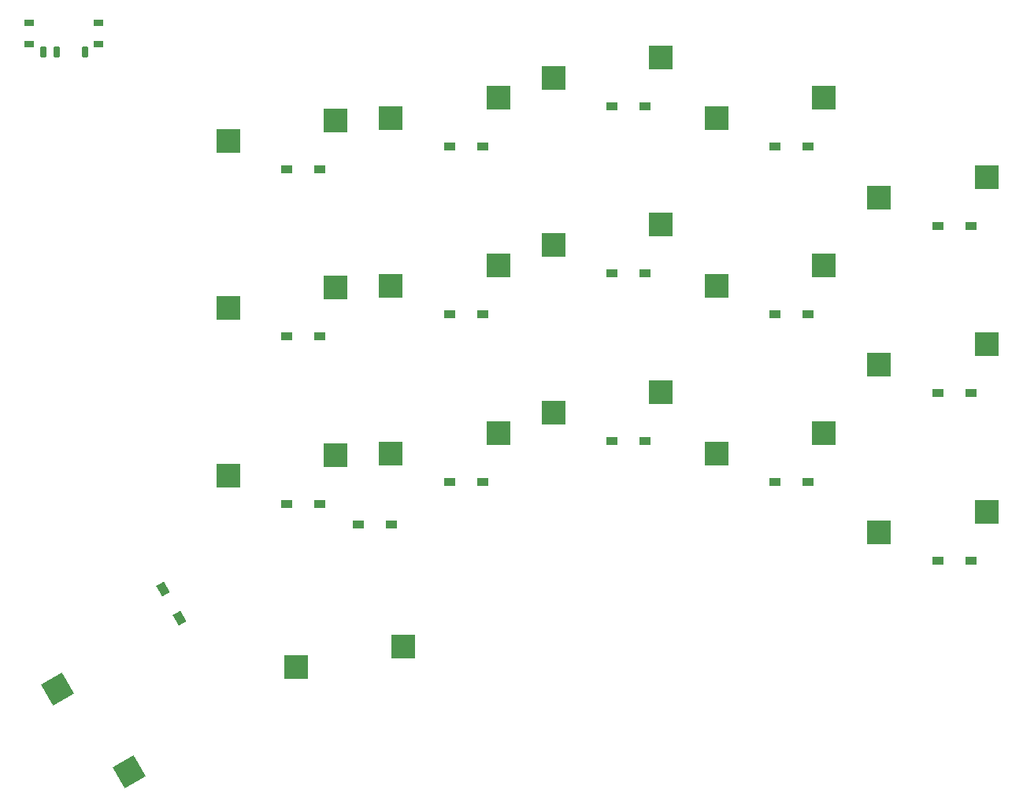
<source format=gtp>
%TF.GenerationSoftware,KiCad,Pcbnew,7.0.5-0*%
%TF.CreationDate,2023-08-21T14:14:49+01:00*%
%TF.ProjectId,draenog-34,64726165-6e6f-4672-9d33-342e6b696361,rev?*%
%TF.SameCoordinates,Original*%
%TF.FileFunction,Paste,Top*%
%TF.FilePolarity,Positive*%
%FSLAX46Y46*%
G04 Gerber Fmt 4.6, Leading zero omitted, Abs format (unit mm)*
G04 Created by KiCad (PCBNEW 7.0.5-0) date 2023-08-21 14:14:49*
%MOMM*%
%LPD*%
G01*
G04 APERTURE LIST*
G04 Aperture macros list*
%AMRoundRect*
0 Rectangle with rounded corners*
0 $1 Rounding radius*
0 $2 $3 $4 $5 $6 $7 $8 $9 X,Y pos of 4 corners*
0 Add a 4 corners polygon primitive as box body*
4,1,4,$2,$3,$4,$5,$6,$7,$8,$9,$2,$3,0*
0 Add four circle primitives for the rounded corners*
1,1,$1+$1,$2,$3*
1,1,$1+$1,$4,$5*
1,1,$1+$1,$6,$7*
1,1,$1+$1,$8,$9*
0 Add four rect primitives between the rounded corners*
20,1,$1+$1,$2,$3,$4,$5,0*
20,1,$1+$1,$4,$5,$6,$7,0*
20,1,$1+$1,$6,$7,$8,$9,0*
20,1,$1+$1,$8,$9,$2,$3,0*%
%AMRotRect*
0 Rectangle, with rotation*
0 The origin of the aperture is its center*
0 $1 length*
0 $2 width*
0 $3 Rotation angle, in degrees counterclockwise*
0 Add horizontal line*
21,1,$1,$2,0,0,$3*%
G04 Aperture macros list end*
%ADD10RotRect,2.600000X2.600000X300.000000*%
%ADD11R,1.300000X0.950000*%
%ADD12R,2.600000X2.600000*%
%ADD13RotRect,1.300000X0.950000X300.000000*%
%ADD14RoundRect,0.090000X0.210000X0.535000X-0.210000X0.535000X-0.210000X-0.535000X0.210000X-0.535000X0*%
%ADD15RoundRect,0.105000X-0.445000X0.245000X-0.445000X-0.245000X0.445000X-0.245000X0.445000X0.245000X0*%
G04 APERTURE END LIST*
D10*
%TO.C,SW4*%
X98705898Y-98239713D03*
X106386154Y-107142306D03*
%TD*%
D11*
%TO.C,D9*%
X158342000Y-35580000D03*
X161892000Y-35580000D03*
%TD*%
D12*
%TO.C,SW_R2_C2*%
X152042000Y-68530000D03*
X163592000Y-66330000D03*
%TD*%
%TO.C,SW_R2_C0*%
X187042000Y-81420000D03*
X198592000Y-79220000D03*
%TD*%
%TO.C,SW_R2_C3*%
X134542000Y-72920000D03*
X146092000Y-70720000D03*
%TD*%
D11*
%TO.C,D5*%
X140842000Y-39970000D03*
X144392000Y-39970000D03*
%TD*%
D12*
%TO.C,SW_R1_C1*%
X169542000Y-54920000D03*
X181092000Y-52720000D03*
%TD*%
D11*
%TO.C,D8*%
X131025000Y-80600000D03*
X134575000Y-80600000D03*
%TD*%
D12*
%TO.C,SW_R0_C4*%
X117042000Y-39320000D03*
X128592000Y-37120000D03*
%TD*%
%TO.C,SW_R0_C0*%
X187042000Y-45420000D03*
X198592000Y-43220000D03*
%TD*%
%TO.C,SW_R1_C2*%
X152042000Y-50530000D03*
X163592000Y-48330000D03*
%TD*%
%TO.C,SW_R0_C1*%
X169542000Y-36920000D03*
X181092000Y-34720000D03*
%TD*%
%TO.C,SW_R1_C0*%
X187042000Y-63420000D03*
X198592000Y-61220000D03*
%TD*%
%TO.C,SW_R2_C4*%
X117042000Y-75320000D03*
X128592000Y-73120000D03*
%TD*%
%TO.C,SW_R1_C4*%
X117042000Y-57320000D03*
X128592000Y-55120000D03*
%TD*%
D13*
%TO.C,D4*%
X110087500Y-87533863D03*
X111862500Y-90608253D03*
%TD*%
D11*
%TO.C,D16*%
X193342000Y-66470000D03*
X196892000Y-66470000D03*
%TD*%
%TO.C,D6*%
X140842000Y-57970000D03*
X144392000Y-57970000D03*
%TD*%
D12*
%TO.C,SW_R0_C3*%
X134542000Y-36920000D03*
X146092000Y-34720000D03*
%TD*%
D11*
%TO.C,D1*%
X123342000Y-42370000D03*
X126892000Y-42370000D03*
%TD*%
%TO.C,D13*%
X175842000Y-57970000D03*
X179392000Y-57970000D03*
%TD*%
D12*
%TO.C,SW_R0_C2*%
X152042000Y-32530000D03*
X163592000Y-30330000D03*
%TD*%
%TO.C,SW_R2_C1*%
X169542000Y-72920000D03*
X181092000Y-70720000D03*
%TD*%
D11*
%TO.C,D17*%
X193342000Y-84470000D03*
X196892000Y-84470000D03*
%TD*%
%TO.C,D14*%
X175842000Y-75970000D03*
X179392000Y-75970000D03*
%TD*%
%TO.C,D15*%
X193342000Y-48470000D03*
X196892000Y-48470000D03*
%TD*%
%TO.C,D10*%
X158342000Y-53580000D03*
X161892000Y-53580000D03*
%TD*%
D14*
%TO.C,SW_PWR1*%
X101650000Y-29750000D03*
X98650000Y-29750000D03*
X97150000Y-29750000D03*
D15*
X95700000Y-26600000D03*
X95700000Y-28900000D03*
X103100000Y-26600000D03*
X103100000Y-28900000D03*
%TD*%
D11*
%TO.C,D12*%
X175842000Y-39970000D03*
X179392000Y-39970000D03*
%TD*%
%TO.C,D2*%
X123342000Y-60370000D03*
X126892000Y-60370000D03*
%TD*%
D12*
%TO.C,SW8*%
X135910000Y-93685000D03*
X124360000Y-95885000D03*
%TD*%
%TO.C,SW_R1_C3*%
X134542000Y-54920000D03*
X146092000Y-52720000D03*
%TD*%
D11*
%TO.C,D3*%
X123342000Y-78370000D03*
X126892000Y-78370000D03*
%TD*%
%TO.C,D11*%
X158342000Y-71580000D03*
X161892000Y-71580000D03*
%TD*%
%TO.C,D7*%
X140842000Y-75970000D03*
X144392000Y-75970000D03*
%TD*%
M02*

</source>
